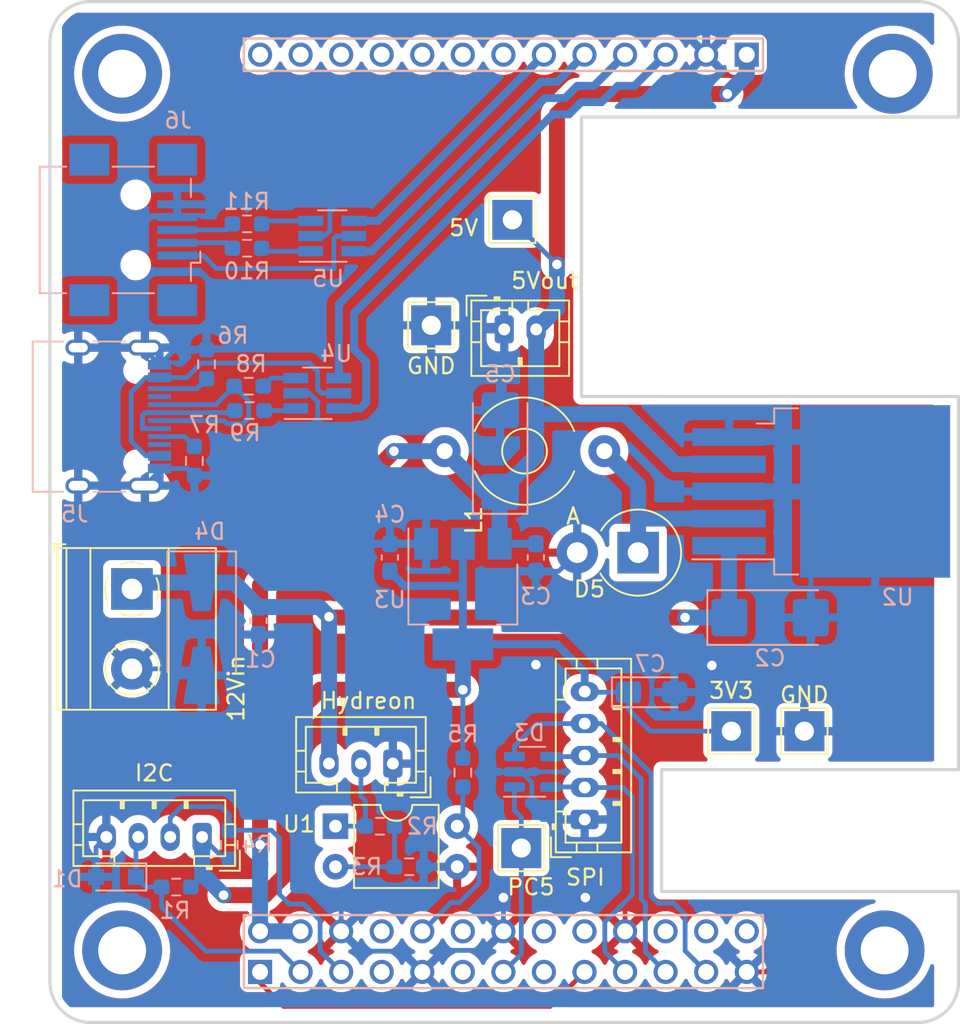
<source format=kicad_pcb>
(kicad_pcb (version 20211014) (generator pcbnew)
  (layers (0 "F.Cu" signal "Top") (31 "B.Cu" signal "Bottom") (34 "B.Paste" user) (35 "F.Paste" user) (36 "B.SilkS" user "B.Silkscreen") (37 "F.SilkS" user "F.Silkscreen") (38 "B.Mask" user) (39 "F.Mask" user) (44 "Edge.Cuts" user))
  (net 0 "")
  (net 1 "+12V")
  (net 2 "GND")
  (net 3 "+5V")
  (net 4 "+3.3V")
  (net 5 "/SDA")
  (net 6 "/SCK")
  (net 7 "/PC5")
  (net 8 "/CLK")
  (net 9 "/MOSI")
  (net 10 "/MISO")
  (net 11 "Net-(D5-Pad1)")
  (net 12 "Net-(J1-Pad2)")
  (net 13 "Net-(J5-PadA5)")
  (net 14 "/USB_DP2")
  (net 15 "/USB_DM2")
  (net 17 "Net-(J5-PadB5)")
  (net 19 "/USB_DM3")
  (net 20 "/USB_DP3")
  (net 21 "Net-(R2-Pad2)")
  (net 22 "/RX")
  (net 23 "Net-(R8-Pad2)")
  (net 24 "Net-(R9-Pad2)")
  (net 25 "/VB2")
  (net 26 "Net-(J5-PadA6)")
  (net 27 "Net-(J5-PadA7)")
  (net 28 "/VB3")
  (net 29 "Net-(J6-Pad2)")
  (net 30 "Net-(J6-Pad3)")
  (net 31 "Net-(R10-Pad2)")
  (net 32 "Net-(R11-Pad2)")
  (net 50 "unconnected-(X1-Pad1)")
  (footprint "TestPoint:TestPoint_THTPad_2.5x2.5mm_Drill1.2mm" (layer "F.Cu") (at 110.744 59.944)
    (fp_text reference "TP3" hide)
    (fp_text value "5V")
  )
  (footprint "opi-hat:OPIZ2HAT" (layer "F.Cu") (at 86.305263 50.786159)
    (fp_text reference "X1" hide)
    (fp_text value "OPI-ZERO2-XDEB")
    (fp_line (start 52.382678 43.568872) (end 52.382678 20.21713) (layer "Edge.Cuts") (width 0.2))
    (fp_line (start -4.521204 -1.958092) (end -4.521204 56.849774) (layer "Edge.Cuts") (width 0.2))
    (fp_line (start 52.382678 51.188872) (end 33.790128 51.188872) (layer "Edge.Cuts") (width 0.2))
    (fp_line (start 28.76372 2.72313) (end 28.76372 20.21713) (layer "Edge.Cuts") (width 0.2))
    (fp_line (start 52.382678 2.72313) (end 28.76372 2.72313) (layer "Edge.Cuts") (width 0.2))
    (fp_line (start 33.790128 51.188872) (end 33.790128 43.568872) (layer "Edge.Cuts") (width 0.2))
    (fp_line (start 33.790128 43.568872) (end 52.382678 43.568872) (layer "Edge.Cuts") (width 0.2))
    (fp_line (start 52.382678 56.849774) (end 52.382678 51.188872) (layer "Edge.Cuts") (width 0.2))
    (fp_line (start 28.76372 20.21713) (end 52.382678 20.21713) (layer "Edge.Cuts") (width 0.2))
    (fp_line (start -1.981204 59.389774) (end 49.842678 59.389774) (layer "Edge.Cuts") (width 0.2))
    (fp_line (start 52.382678 2.72313) (end 52.382678 -1.958092) (layer "Edge.Cuts") (width 0.2))
    (fp_line (start 49.842678 -4.498092) (end -1.981204 -4.498092) (layer "Edge.Cuts") (width 0.2))
    (fp_arc (start 52.382678 56.849774) (mid 51.638728 58.645822) (end 49.842678 59.389774) (layer "Edge.Cuts") (width 0.2))
    (fp_arc (start -1.981204 59.389774) (mid -3.777255 58.645825) (end -4.521204 56.849774) (layer "Edge.Cuts") (width 0.2))
    (fp_arc (start -4.521204 -1.958092) (mid -3.777255 -3.754143) (end -1.981204 -4.498092) (layer "Edge.Cuts") (width 0.2))
    (fp_arc (start 49.842678 -4.498092) (mid 51.638741 -3.754151) (end 52.382678 -1.958092) (layer "Edge.Cuts") (width 0.2))
  )
  (footprint "Connector_JST:JST_PH_B2B-PH-K_1x02_P2.00mm_Vertical" (layer "F.Cu") (at 110.236 66.802)
    (fp_text reference "J7" hide)
    (fp_text value "5Vout")
  )
  (footprint "Diode_THT:D_DO-201_P3.81mm_Vertical_AnodeUp" (layer "F.Cu") (at 118.618 80.772 180)
    (fp_text reference "D5")
    (fp_text value "1N5822")
  )
  (footprint "Connector_JST:JST_PH_B5B-PH-K_1x05_P2.00mm_Vertical" (layer "F.Cu") (at 115.274 97.472 90)
    (fp_text reference "J3" hide)
    (fp_text value "SPI")
  )
  (footprint "TerminalBlock_Phoenix:TerminalBlock_Phoenix_MKDS-1,5-2_1x02_P5.00mm_Horizontal" (layer "F.Cu") (at 86.9186 83.0472 -90)
    (fp_text reference "J4" hide)
    (fp_text value "12Vin")
  )
  (footprint "TestPoint:TestPoint_THTPad_2.5x2.5mm_Drill1.2mm" (layer "F.Cu") (at 124.46 91.948)
    (fp_text reference "TP4" hide)
    (fp_text value "3V3")
  )
  (footprint "Inductor_THT:L_Toroid_Horizontal_D6.5mm_P10.00mm_Diameter7-5mm_Amidon-T25" (layer "F.Cu") (at 106.506 74.422)
    (fp_text reference "L1")
    (fp_text value "100u")
  )
  (footprint "Package_DIP:DIP-4_W7.62mm" (layer "F.Cu") (at 99.6696 97.8916)
    (fp_text reference "U1")
    (fp_text value "PC817")
  )
  (footprint "TestPoint:TestPoint_THTPad_2.5x2.5mm_Drill1.2mm" (layer "F.Cu") (at 111.3028 99.2632 90)
    (fp_text reference "TP7" hide)
    (fp_text value "PC5")
  )
  (footprint "Connector_JST:JST_PH_B3B-PH-K_1x03_P2.00mm_Vertical" (layer "F.Cu") (at 103.261 93.975 180)
    (fp_text reference "J1" hide)
    (fp_text value "Hydreon")
  )
  (footprint "TestPoint:TestPoint_THTPad_2.5x2.5mm_Drill1.2mm" (layer "F.Cu") (at 129.032 91.948)
    (fp_text reference "TP2" hide)
    (fp_text value "GND")
  )
  (footprint "TestPoint:TestPoint_THTPad_2.5x2.5mm_Drill1.2mm" (layer "F.Cu") (at 105.664 66.548)
    (fp_text reference "TP1" hide)
    (fp_text value "GND")
  )
  (footprint "Connector_JST:JST_PH_B4B-PH-K_1x04_P2.00mm_Vertical" (layer "F.Cu") (at 91.3158 98.5705 180)
    (fp_text reference "J2" hide)
    (fp_text value "I2C")
  )
  (footprint "Capacitor_SMD:C_0603_1608Metric_Pad1.08x0.95mm_HandSolder" (layer "B.Cu") (at 94.8436 85.0392 -90)
    (fp_text reference "C1")
    (fp_text value "0.1")
  )
  (footprint "Resistor_SMD:R_0603_1608Metric_Pad0.98x0.95mm_HandSolder" (layer "B.Cu") (at 93.0148 99.06 -90)
    (fp_text reference "R4")
    (fp_text value "1k")
  )
  (footprint "Package_TO_SOT_SMD:TO-263-5_TabPin3" (layer "B.Cu") (at 130.09 76.943)
    (fp_text reference "U2")
    (fp_text value "LM2576-5.0")
  )
  (footprint "Package_TO_SOT_SMD:SOT-23-6_Handsoldering" (layer "B.Cu") (at 98.5285 70.8)
    (fp_text reference "U4")
    (fp_text value "USBLC6-2SC6")
  )
  (footprint "Resistor_SMD:R_0603_1608Metric_Pad0.98x0.95mm_HandSolder" (layer "B.Cu") (at 94.1305 60.198)
    (fp_text reference "R11")
    (fp_text value "22")
  )
  (footprint "Capacitor_SMD:C_0603_1608Metric_Pad1.08x0.95mm_HandSolder" (layer "B.Cu") (at 103.0732 81.0779 90)
    (fp_text reference "C4")
    (fp_text value "0.1")
  )
  (footprint "Resistor_SMD:R_0603_1608Metric_Pad0.98x0.95mm_HandSolder" (layer "B.Cu") (at 94.281 71.882)
    (fp_text reference "R9")
    (fp_text value "22")
  )
  (footprint "Resistor_SMD:R_0603_1608Metric_Pad0.98x0.95mm_HandSolder" (layer "B.Cu") (at 94.1305 61.722)
    (fp_text reference "R10")
    (fp_text value "22")
  )
  (footprint "Resistor_SMD:R_0603_1608Metric_Pad0.98x0.95mm_HandSolder" (layer "B.Cu") (at 104.2824 100.4316)
    (fp_text reference "R3")
    (fp_text value "360")
  )
  (footprint "Capacitor_Tantalum_SMD:CP_EIA-3216-18_Kemet-A_Pad1.58x1.35mm_HandSolder" (layer "B.Cu") (at 119.4665 89.5096)
    (fp_text reference "C7")
    (fp_text value "47u 6V")
  )
  (footprint "Package_TO_SOT_SMD:SOT-223-3_TabPin2" (layer "B.Cu") (at 107.6452 83.3624 -90)
    (fp_text reference "U3")
    (fp_text value "LM1117-3.3")
  )
  (footprint "Connector_USB:USB_Mini-B_Wuerth_65100516121_Horizontal" (layer "B.Cu") (at 87.1545 60.579 90)
    (fp_text reference "J6")
    (fp_text value "USB_B")
  )
  (footprint "Resistor_SMD:R_0603_1608Metric_Pad0.98x0.95mm_HandSolder" (layer "B.Cu") (at 91.5905 68.9845 90)
    (fp_text reference "R6")
    (fp_text value "510")
  )
  (footprint "Resistor_SMD:R_0603_1608Metric_Pad0.98x0.95mm_HandSolder" (layer "B.Cu") (at 89.6893 101.7035)
    (fp_text reference "R1")
    (fp_text value "1k")
  )
  (footprint "Resistor_SMD:R_0603_1608Metric_Pad0.98x0.95mm_HandSolder" (layer "B.Cu") (at 90.8285 75.0335 -90)
    (fp_text reference "R7")
    (fp_text value "510")
  )
  (footprint "Package_TO_SOT_SMD:SOT-23-6_Handsoldering" (layer "B.Cu") (at 99.4645 60.96)
    (fp_text reference "U5")
    (fp_text value "USBLC6-2SC6")
  )
  (footprint "Capacitor_SMD:C_0603_1608Metric_Pad1.08x0.95mm_HandSolder" (layer "B.Cu") (at 112.2172 81.0779 -90)
    (fp_text reference "C3")
    (fp_text value "0.1")
  )
  (footprint "Resistor_SMD:R_0603_1608Metric_Pad0.98x0.95mm_HandSolder" (layer "B.Cu") (at 94.234 70.358)
    (fp_text reference "R8")
    (fp_text value "22")
  )
  (footprint "Resistor_SMD:R_0603_1608Metric_Pad0.98x0.95mm_HandSolder" (layer "B.Cu") (at 107.6452 94.5388 -90)
    (fp_text reference "R5")
    (fp_text value "1k")
  )
  (footprint "Diode_SMD:D_SMA-SMB_Universal_Handsoldering" (layer "B.Cu") (at 91.2876 85.5472 -90)
    (fp_text reference "D4")
    (fp_text value "SS14")
  )
  (footprint "Connector_USB:USB_C_Receptacle_HRO_TYPE-C-31-M-12" (layer "B.Cu") (at 84.6055 72.263 90)
    (fp_text reference "J5")
    (fp_text value "USB_C_Receptacle_USB2.0")
  )
  (footprint "Package_TO_SOT_SMD:SOT-23-5" (layer "B.Cu") (at 112.014 94.488)
    (fp_text reference "D3")
    (fp_text value "SP0504BAHT")
  )
  (footprint "Resistor_SMD:R_0603_1608Metric_Pad0.98x0.95mm_HandSolder" (layer "B.Cu") (at 102.4536 97.8966)
    (fp_text reference "R2")
    (fp_text value "47k")
  )
  (footprint "Capacitor_Tantalum_SMD:CP_EIA-6032-28_Kemet-C_Pad2.25x2.35mm_HandSolder" (layer "B.Cu") (at 109.982 74.412 90)
    (fp_text reference "C5")
    (fp_text value "47u 10V")
  )
  (footprint "Diode_SMD:D_SOD-323_HandSoldering" (layer "B.Cu") (at 85.9228 101.0685 180)
    (fp_text reference "D1")
    (fp_text value "CESD3V3")
  )
  (footprint "Capacitor_Tantalum_SMD:CP_EIA-6032-28_Kemet-C_Pad2.25x2.35mm_HandSolder" (layer "B.Cu") (at 126.8884 84.836)
    (fp_text reference "C2")
    (fp_text value "47u 16V")
  )
  (segment (start 121.5644 84.836) (end 99.314 84.836) (width 1) (layer "F.Cu") (net 1))
  (segment (start 99.314 84.836) (end 99.2632 84.7852) (width 1) (layer "F.Cu") (net 1))
  (via (at 99.2632 84.7852) (size 1) (drill 0.6) (layers "F.Cu" "B.Cu") (net 1))
  (via (at 121.5644 84.836) (size 1) (drill 0.6) (layers "F.Cu" "B.Cu") (net 1))
  (segment (start 99.2632 93.9728) (end 99.261 93.975) (width 1) (layer "B.Cu") (net 1))
  (segment (start 91.2876 82.6472) (end 93.3141 82.6472) (width 1) (layer "B.Cu") (net 1))
  (segment (start 124.3384 84.836) (end 121.5644 84.836) (width 1) (layer "B.Cu") (net 1))
  (segment (start 124.315 84.8126) (end 124.3384 84.836) (width 1) (layer "B.Cu") (net 1))
  (segment (start 87.3186 82.6472) (end 86.9186 83.0472) (width 1) (layer "B.Cu") (net 1))
  (segment (start 99.2632 84.7852) (end 99.2632 93.9728) (width 1) (layer "B.Cu") (net 1))
  (segment (start 94.8436 84.1767) (end 98.6547 84.1767) (width 1) (layer "B.Cu") (net 1))
  (segment (start 124.315 80.343) (end 124.315 84.8126) (width 1) (layer "B.Cu") (net 1))
  (segment (start 98.6547 84.1767) (end 99.2632 84.7852) (width 1) (layer "B.Cu") (net 1))
  (segment (start 93.3141 82.6472) (end 94.8436 84.1767) (width 1) (layer "B.Cu") (net 1))
  (segment (start 91.2876 82.6472) (end 87.3186 82.6472) (width 1) (layer "B.Cu") (net 1))
  (segment (start 117.803041 104.473629) (end 117.803041 102.821359) (width 0.3) (layer "F.Cu") (net 2))
  (segment (start 110.1852 102.362) (end 115.316 102.362) (width 0.3) (layer "F.Cu") (net 2))
  (segment (start 125.423041 107.013629) (end 126.615571 107.013629) (width 0.3) (layer "F.Cu") (net 2))
  (segment (start 126.615571 107.013629) (end 127 106.6292) (width 0.3) (layer "F.Cu") (net 2))
  (segment (start 112.8776 86.7156) (end 122.1232 86.7156) (width 0.3) (layer "F.Cu") (net 2))
  (segment (start 117.803041 102.821359) (end 117.856 102.7684) (width 0.3) (layer "F.Cu") (net 2))
  (segment (start 115.316 102.362) (end 115.7224 102.7684) (width 0.3) (layer "F.Cu") (net 2))
  (segment (start 117.856 102.7684) (end 127 102.7684) (width 0.3) (layer "F.Cu") (net 2))
  (segment (start 122.1232 86.7156) (end 123.2408 87.8332) (width 0.3) (layer "F.Cu") (net 2))
  (segment (start 112.2172 87.7824) (end 112.2172 87.376) (width 0.3) (layer "F.Cu") (net 2))
  (segment (start 112.2172 87.376) (end 112.8776 86.7156) (width 0.3) (layer "F.Cu") (net 2))
  (segment (start 115.7224 102.7684) (end 117.856 102.7684) (width 0.3) (layer "F.Cu") (net 2))
  (segment (start 127 106.6292) (end 127 102.7684) (width 0.3) (layer "F.Cu") (net 2))
  (via (at 123.2408 87.8332) (size 1) (drill 0.6) (layers "F.Cu" "B.Cu") (net 2))
  (via (at 110.1852 102.362) (size 1) (drill 0.6) (layers "F.Cu" "B.Cu") (net 2))
  (via (at 115.316 102.362) (size 1) (drill 0.6) (layers "F.Cu" "B.Cu") (net 2))
  (via (at 112.2172 87.7824) (size 1) (drill 0.6) (layers "F.Cu" "B.Cu") (net 2))
  (segment (start 87.541 59.779) (end 89.7545 59.779) (width 0.3) (layer "B.Cu") (net 2))
  (segment (start 109.982 71.862) (end 109.962 71.882) (width 0.3) (layer "B.Cu") (net 2))
  (segment (start 110.236 66.802) (end 109.982 66.548) (width 0.3) (layer "B.Cu") (net 2))
  (segment (start 111.9632 95.155773) (end 111.9632 96.8248) (width 0.3) (layer "B.Cu") (net 2))
  (segment (start 122.883041 49.609629) (end 122.883041 47.296959) (width 0.5) (layer "B.Cu") (net 2))
  (segment (start 120.904 87.3252) (end 118.9228 85.344) (width 0.3) (layer "B.Cu") (net 2))
  (segment (start 103.261 95.7934) (end 105.2068 97.7392) (width 0.3) (layer "B.Cu") (net 2))
  (segment (start 87.7355 68.098) (end 88.6505 69.013) (width 0.3) (layer "B.Cu") (net 2))
  (segment (start 109.982 66.548) (end 105.664 66.548) (width 0.3) (layer "B.Cu") (net 2))
  (segment (start 110.183041 104.473629) (end 110.183041 102.364159) (width 0.3) (layer "B.Cu") (net 2))
  (segment (start 123.2408 89.4588) (end 123.19 89.5096) (width 0.3) (layer "B.Cu") (net 2))
  (segment (start 98.552 71.319478) (end 98.552 75.692) (width 0.3) (layer "B.Cu") (net 2))
  (segment (start 88.6505 75.513) (end 88.6505 75.668) (width 0.3) (layer "B.Cu") (net 2))
  (segment (start 110.8765 94.488) (end 109.8296 94.488) (width 0.3) (layer "B.Cu") (net 2))
  (segment (start 126.6444 89.5096) (end 128.905 87.249) (width 0.3) (layer "B.Cu") (net 2))
  (segment (start 129.4384 86.7156) (end 129.4384 84.836) (width 0.3) (layer "B.Cu") (net 2))
  (segment (start 94.8436 85.9017) (end 94.8436 87.7824) (width 0.3) (layer "B.Cu") (net 2))
  (segment (start 92.456 47.752) (end 92.456 51.816) (width 0.5) (layer "B.Cu") (net 2))
  (segment (start 102.0064 75.692) (end 102.9716 75.692) (width 0.3) (layer "B.Cu") (net 2))
  (segment (start 94.8436 87.7824) (end 94.1788 88.4472) (width 0.3) (layer "B.Cu") (net 2))
  (segment (start 103.804212 105.7148) (end 105.103041 107.013629) (width 0.3) (layer "B.Cu") (net 2))
  (segment (start 112.2172 82.6516) (end 114.9096 85.344) (width 0.3) (layer "B.Cu") (net 2))
  (segment (start 100.023041 104.473629) (end 100.023041 102.715441) (width 0.3) (layer "B.Cu") (net 2))
  (segment (start 100.023041 102.715441) (end 100.884482 101.854) (width 0.3) (layer "B.Cu") (net 2))
  (segment (start 105.3452 80.2124) (end 103.0762 80.2124) (width 0.3) (layer "B.Cu") (net 2))
  (segment (start 99.314 60.614522) (end 99.314 58.928) (width 0.3) (layer "B.Cu") (net 2))
  (segment (start 87.7355 67.943) (end 87.7355 68.098) (width 0.3) (layer "B.Cu") (net 2))
  (segment (start 111.295427 94.488) (end 111.9632 95.155773) (width 0.3) (layer "B.Cu") (net 2))
  (segment (start 88.6505 75.513) (end 90.3955 75.513) (width 0.3) (layer "B.Cu") (net 2))
  (segment (start 84.6728 101.0685) (end 84.6728 99.2135) (width 0.3) (layer "B.Cu") (net 2))
  (segment (start 122.883041 47.296959) (end 92.911041 47.296959) (width 0.5) (layer "B.Cu") (net 2))
  (segment (start 106.0704 71.882) (end 103.7336 71.882) (width 0.3) (layer "B.Cu") (net 2))
  (segment (start 109.962 71.882) (end 106.0704 71.882) (width 0.3) (layer "B.Cu") (net 2))
  (segment (start 92.911041 47.296959) (end 92.456 47.752) (width 0.5) (layer "B.Cu") (net 2))
  (segment (start 98.298 75.946) (end 90.8285 75.946) (width 0.3) (layer "B.Cu") (net 2))
  (segment (start 84.2772 85.4058) (end 86.9186 88.0472) (width 0.3) (layer "B.Cu") (net 2))
  (segment (start 115.316 102.362) (end 115.316 97.514) (width 0.3) (layer "B.Cu") (net 2))
  (segment (start 110.183041 102.364159) (end 110.1852 102.362) (width 0.3) (layer "B.Cu") (net 2))
  (segment (start 98.032522 70.8) (end 98.552 71.319478) (width 0.3) (layer "B.Cu") (net 2))
  (segment (start 99.314 58.928) (end 99.263 58.979) (width 0.3) (layer "B.Cu") (net 2))
  (segment (start 129.4384 80.9696) (end 133.465 76.943) (width 0.3) (layer "B.Cu") (net 2))
  (segment (start 129.032 91.948) (end 129.032 87.376) (width 0.3) (layer "B.Cu") (net 2))
  (segment (start 103.261 93.975) (end 103.261 95.7934) (width 0.3) (layer "B.Cu") (net 2))
  (segment (start 105.1949 101.2055) (end 104.5464 101.854) (width 0.3) (layer "B.Cu") (net 2))
  (segment (start 90.8876 88.0472) (end 91.2876 88.4472) (width 0.3) (layer "B.Cu") (net 2))
  (segment (start 84.2772 80.6196) (end 84.2772 85.4058) (width 0.3) (layer "B.Cu") (net 2))
  (segment (start 100.6856 82.804) (end 100.6856 80.37) (width 0.3) (layer "B.Cu") (net 2))
  (segment (start 114.9096 85.344) (end 118.9228 85.344) (width 0.3) (layer "B.Cu") (net 2))
  (segment (start 105.1949 100.4316) (end 105.1949 101.2055) (width 0.3) (layer "B.Cu") (net 2))
  (segment (start 110.8765 94.488) (end 111.295427 94.488) (width 0.3) (layer "B.Cu") (net 2))
  (segment (start 106.45267 105.664) (end 108.99267 105.664) (width 0.3) (layer "B.Cu") (net 2))
  (segment (start 85.473 67.947) (end 85.469 67.943) (width 0.3) (layer "B.Cu") (net 2))
  (segment (start 110.236 71.608) (end 109.982 71.862) (width 0.3) (layer "B.Cu") (net 2))
  (segment (start 102.9716 75.692) (end 105.3452 78.0656) (width 0.3) (layer "B.Cu") (net 2))
  (segment (start 92.456 51.816) (end 99.06 58.42) (width 0.5) (layer "B.Cu") (net 2))
  (segment (start 124.315 73.543) (end 130.065 73.543) (width 1) (layer "B.Cu") (net 2))
  (segment (start 86.5124 78.3844) (end 84.2772 80.6196) (width 0.3) (layer "B.Cu") (net 2))
  (segment (start 85.3158 89.65) (end 86.9186 88.0472) (width 0.3) (layer "B.Cu") (net 2))
  (segment (start 85.473 76.583) (end 85.473 67.947) (width 0.3) (layer "B.Cu") (net 2))
  (segment (start 85.469 67.943) (end 87.7355 67.943) (width 0.3) (layer "B.Cu") (net 2))
  (segment (start 83.5555 67.943) (end 85.469 67.943) (width 0.3) (layer "B.Cu") (net 2))
  (segment (start 87.7355 64.8755) (end 85.852 62.992) (width 0.3) (layer "B.Cu") (net 2))
  (segment (start 101.264212 105.7148) (end 103.804212 105.7148) (width 0.3) (layer "B.Cu") (net 2))
  (segment (start 120.904 89.5096) (end 120.904 87.3252) (width 0.3) (layer "B.Cu") (net 2))
  (segment (start 130.065 73.543) (end 133.465 76.943) (width 1) (layer "B.Cu") (net 2))
  (segment (start 99.314 58.928) (end 99.314 58.42) (width 0.3) (layer "B.Cu") (net 2))
  (segment (start 97.1785 70.8) (end 98.032522 70.8) (width 0.3) (layer "B.Cu") (net 2))
  (segment (start 102.0064 75.692) (end 99.9236 75.692) (width 0.3) (layer "B.Cu") (net 2))
  (segment (start 98.552 75.692) (end 98.298 75.946) (width 0.3) (layer "B.Cu") (net 2))
  (segment (start 120.904 89.5096) (end 123.19 89.5096) (width 0.3) (layer "B.Cu") (net 2))
  (segment (start 89.7545 59.779) (end 89.7545 58.979) (width 0.3) (layer "B.Cu") (net 2))
  (segment (start 108.99267 105.664) (end 110.183041 104.473629) (width 0.3) (layer "B.Cu") (net 2))
  (segment (start 112.2172 81.9404) (end 113.6396 81.9404) (width 0.3) (layer "B.Cu") (net 2))
  (segment (start 100.8402 80.2154) (end 98.1986 80.2154) (width 0.3) (layer "B.Cu") (net 2))
  (segment (start 85.852 61.468) (end 87.541 59.779) (width 0.3) (layer "B.Cu") (net 2))
  (segment (start 88.6505 75.668) (end 87.7355 76.583) (width 0.3) (layer "B.Cu") (net 2))
  (segment (start 89.5915 68.072) (end 88.6505 69.013) (width 0.3) (layer "B.Cu") (net 2))
  (segment (start 90.3955 75.513) (end 90.8285 75.946) (width 0.3) (layer "B.Cu") (net 2))
  (segment (start 109.3724 90.6272) (end 112.2172 87.7824) (width 0.3) (layer "B.Cu") (net 2))
  (segment (start 98.1145 60.96) (end 98.968522 60.96) (width 0.3) (layer "B.Cu") (net 2))
  (segment (start 105.103041 107.013629) (end 106.45267 105.664) (width 0.3) (layer "B.Cu") (net 2))
  (segment (start 100.023041 104.473629) (end 101.264212 105.7148) (width 0.3) (layer "B.Cu") (net 2))
  (segment (start 100.6856 80.37) (end 100.8402 80.2154) (width 0.3) (layer "B.Cu") (net 2))
  (segment (start 123.2408 87.8332) (end 123.2408 89.4588) (width 0.3) (layer "B.Cu") (net 2))
  (segment (start 94.1788 88.4472) (end 91.2876 88.4472) (width 0.3) (layer "B.Cu") (net 2))
  (segment (start 105.3452 78.0656) (end 105.3452 80.2124) (width 0.3) (layer "B.Cu") (net 2))
  (segment (start 87.7355 67.943) (end 87.7355 64.8755) (width 0.3) (layer "B.Cu") (net 2))
  (segment (start 109.8296 94.488) (end 109.3724 94.0308) (width 0.3) (layer "B.Cu") (net 2))
  (segment (start 103.0762 80.2124) (end 103.0732 80.2154) (width 0.3) (layer "B.Cu") (net 2))
  (segment (start 85.3158 98.5705) (end 85.3158 89.65) (width 0.3) (layer "B.Cu") (net 2))
  (segment (start 105.1949 100.4316) (end 107.2896 100.4316) (width 0.3) (layer "B.Cu") (net 2))
  (segment (start 83.5555 76.583) (end 85.473 76.583) (width 0.3) (layer "B.Cu") (net 2))
  (segment (start 99.263 58.979) (end 89.7545 58.979) (width 0.3) (layer "B.Cu") (net 2))
  (segment (start 124.315 76.943) (end 133.465 76.943) (width 1) (layer "B.Cu") (net 2))
  (segment (start 105.2068 100.4197) (end 105.1949 100.4316) (width 0.3) (layer "B.Cu") (net 2))
  (segment (start 103.261 85.3794) (end 100.6856 82.804) (width 0.3) (layer "B.Cu") (net 2))
  (segment (start 86.9186 88.0472) (end 90.8876 88.0472) (width 0.3) (layer "B.Cu") (net 2))
  (segment (start 128.905 87.249) (end 129.4384 86.7156) (width 0.3) (layer "B.Cu") (net 2))
  (segment (start 129.4384 84.836) (end 129.4384 80.9696) (width 0.3) (layer "B.Cu") (net 2))
  (segment (start 115.316 97.514) (end 115.274 97.472) (width 0.3) (layer "B.Cu") (net 2))
  (segment (start 112.6104 97.472) (end 115.274 97.472) (width 0.3) (layer "B.Cu") (net 2))
  (segment (start 85.852 62.992) (end 85.852 61.468) (width 0.3) (layer "B.Cu") (net 2))
  (segment (start 110.236 66.802) (end 110.236 71.608) (width 0.3) (layer "B.Cu") (net 2))
  (segment (start 129.032 87.376) (end 128.905 87.249) (width 0.3) (layer "B.Cu") (net 2))
  (segment (start 84.6728 99.2135) (end 85.3158 98.5705) (width 0.3) (layer "B.Cu") (net 2))
  (segment (start 111.9632 96.8248) (end 112.6104 97.472) (width 0.3) (layer "B.Cu") (net 2))
  (segment (start 109.3724 94.0308) (end 109.3724 90.6272) (width 0.3) (layer "B.Cu") (net 2))
  (segment (start 96.3676 78.3844) (end 86.5124 78.3844) (width 0.3) (layer "B.Cu") (net 2))
  (segment (start 103.261 93.975) (end 103.261 85.3794) (width 0.3) (layer "B.Cu") (net 2))
  (segment (start 103.0732 80.2154) (end 100.8402 80.2154) (width 0.3) (layer "B.Cu") (net 2))
  (segment (start 103.7336 71.882) (end 99.9236 75.692) (width 0.3) (layer "B.Cu") (net 2))
  (segment (start 99.06 58.42) (end 99.314 58.42) (width 0.5) (layer "B.Cu") (net 2))
  (segment (start 105.2068 97.7392) (end 105.2068 100.4197) (width 0.3) (layer "B.Cu") (net 2))
  (segment (start 99.9236 75.692) (end 98.552 75.692) (width 0.3) (layer "B.Cu") (net 2))
  (segment (start 98.1986 80.2154) (end 96.3676 78.3844) (width 0.3) (layer "B.Cu") (net 2))
  (segment (start 123.19 89.5096) (end 126.6444 89.5096) (width 0.3) (layer "B.Cu") (net 2))
  (segment (start 112.2172 81.9404) (end 112.2172 82.6516) (width 0.3) (layer "B.Cu") (net 2))
  (segment (start 104.5464 101.854) (end 100.884482 101.854) (width 0.3) (layer "B.Cu") (net 2))
  (segment (start 85.473 76.583) (end 87.7355 76.583) (width 0.3) (layer "B.Cu") (net 2))
  (segment (start 113.6396 81.9404) (end 114.808 80.772) (width 0.3) (layer "B.Cu") (net 2))
  (segment (start 91.5905 68.072) (end 89.5915 68.072) (width 0.3) (layer "B.Cu") (net 2))
  (segment (start 98.968522 60.96) (end 99.314 60.614522) (width 0.3) (layer "B.Cu") (net 2))
  (segment (start 114.808 52.07) (end 113.538 53.34) (width 1) (layer "F.Cu") (net 3))
  (segment (start 124.206 52.07) (end 114.808 52.07) (width 1) (layer "F.Cu") (net 3))
  (segment (start 94.9452 99.06) (end 94.9452 82.804) (width 1) (layer "F.Cu") (net 3))
  (segment (start 113.538 53.34) (end 113.538 62.738) (width 1) (layer "F.Cu") (net 3))
  (segment (start 94.9452 82.804) (end 103.3272 74.422) (width 1) (layer "F.Cu") (net 3))
  (via (at 124.206 52.07) (size 1) (drill 0.6) (layers "F.Cu" "B.Cu") (net 3))
  (via (at 113.538 62.738) (size 1) (drill 0.6) (layers "F.Cu" "B.Cu") (net 3))
  (via (at 94.9452 99.06) (size 1) (drill 0.6) (layers "F.Cu" "B.Cu") (net 3))
  (via (at 103.3272 74.422) (size 1) (drill 0.6) (layers "F.Cu" "B.Cu") (net 3))
  (segment (start 109.982 76.962) (end 112.236 74.708) (width 1) (layer "B.Cu") (net 3))
  (segment (start 120.963 75.243) (end 117.824 72.104) (width 1) (layer "B.Cu") (net 3))
  (segment (start 106.506 74.422) (end 103.3272 74.422) (width 1) (layer "B.Cu") (net 3))
  (segment (start 113.538 62.738) (end 110.744 59.944) (width 0.3) (layer "B.Cu") (net 3))
  (segment (start 109.9452 80.2124) (end 109.9452 76.9988) (width 1) (layer "B.Cu") (net 3))
  (segment (start 112.2172 80.2154) (end 109.9482 80.2154) (width 0.5) (layer "B.Cu") (net 3))
  (segment (start 112.236 72.104) (end 112.236 66.802) (width 1) (layer "B.Cu") (net 3))
  (segment (start 124.315 75.243) (end 120.963 75.243) (width 1) (layer "B.Cu") (net 3))
  (segment (start 109.982 76.962) (end 109.046 76.962) (width 1) (layer "B.Cu") (net 3))
  (segment (start 112.236 74.708) (end 112.236 72.104) (width 1) (layer "B.Cu") (net 3))
  (segment (start 94.9452 99.06) (end 94.943041 100.789359) (width 1) (layer "B.Cu") (net 3))
  (segment (start 109.046 76.962) (end 106.506 74.422) (width 1) (layer "B.Cu") (net 3))
  (segment (start 117.824 72.104) (end 112.236 72.104) (width 1) (layer "B.Cu") (net 3))
  (segment (start 113.538 65.5) (end 112.236 66.802) (width 1) (layer "B.Cu") (net 3))
  (segment (start 109.9452 76.9988) (end 109.982 76.962) (width 1) (layer "B.Cu") (net 3))
  (segment (start 94.943041 100.789359) (end 94.943041 104.473629) (width 1) (layer "B.Cu") (net 3))
  (segment (start 113.538 62.738) (end 113.538 65.5) (width 1) (layer "B.Cu") (net 3))
  (segment (start 109.9482 80.2154) (end 109.9452 80.2124) (width 0.5) (layer "B.Cu") (net 3))
  (segment (start 97.483041 104.473629) (end 94.943041 104.473629) (width 1) (layer "B.Cu") (net 3))
  (segment (start 125.423041 50.852959) (end 124.206 52.07) (width 1) (layer "B.Cu") (net 3))
  (segment (start 125.423041 49.609629) (end 125.423041 50.852959) (width 1) (layer "B.Cu") (net 3))
  (segment (start 96.4692 100.9904) (end 96.4692 91.5924) (width 1) (layer "F.Cu") (net 4))
  (segment (start 95.25 102.2096) (end 96.4692 100.9904) (width 1) (layer "F.Cu") (net 4))
  (segment (start 96.4692 91.5924) (end 98.7044 89.3572) (width 1) (layer "F.Cu") (net 4))
  (segment (start 92.6592 102.2096) (end 95.25 102.2096) (width 1) (layer "F.Cu") (net 4))
  (segment (start 98.7044 89.3572) (end 107.6452 89.3572) (width 1) (layer "F.Cu") (net 4))
  (via (at 92.6592 102.2096) (size 1) (drill 0.6) (layers "F.Cu" "B.Cu") (net 4))
  (via (at 107.6452 89.3572) (size 1) (drill 0.6) (layers "F.Cu" "B.Cu") (net 4))
  (segment (start 91.3158 98.5705) (end 91.3158 100.9895) (width 1) (layer "B.Cu") (net 4))
  (segment (start 107.6452 82.8548) (end 103.9876 82.8548) (width 0.5) (layer "B.Cu") (net 4))
  (segment (start 91.3158 100.9895) (end 91.4391 100.9895) (width 1) (layer "B.Cu") (net 4))
  (segment (start 91.4391 100.9895) (end 92.6592 102.2096) (width 1) (layer "B.Cu") (net 4))
  (segment (start 103.9876 82.8548) (end 103.0732 81.9404) (width 0.5) (layer "B.Cu") (net 4))
  (segment (start 107.6452 80.2124) (end 107.6452 82.8548) (width 0.5) (layer "B.Cu") (net 4))
  (segment (start 90.6018 101.7035) (end 91.3158 100.9895) (width 0.3) (layer "B.Cu") (net 4))
  (segment (start 115.3116 89.5096) (end 115.274 89.472) (width 0.3) (layer "B.Cu") (net 4))
  (segment (start 119.38 91.948) (end 118.029 90.597) (width 0.3) (layer "B.Cu") (net 4))
  (segment (start 118.029 89.5096) (end 115.3116 89.5096) (width 0.3) (layer "B.Cu") (net 4))
  (segment (start 124.46 91.948) (end 119.38 91.948) (width 0.3) (layer "B.Cu") (net 4))
  (segment (start 93.0148 99.9725) (end 92.7178 99.9725) (width 0.3) (layer "B.Cu") (net 4))
  (segment (start 92.7178 99.9725) (end 91.3158 98.5705) (width 0.3) (layer "B.Cu") (net 4))
  (segment (start 107.6452 86.5124) (end 113.538 86.5124) (width 0.5) (layer "B.Cu") (net 4))
  (segment (start 107.6452 82.8548) (end 107.6452 86.5124) (width 0.5) (layer "B.Cu") (net 4))
  (segment (start 107.6452 86.5124) (end 107.6452 89.3572) (width 1) (layer "B.Cu") (net 4))
  (segment (start 107.6452 93.6263) (end 107.6452 89.3572) (width 0.3) (layer "B.Cu") (net 4))
  (segment (start 115.274 88.2484) (end 115.274 89.472) (width 0.5) (layer "B.Cu") (net 4))
  (segment (start 118.029 90.597) (end 118.029 89.5096) (width 0.3) (layer "B.Cu") (net 4))
  (segment (start 113.538 86.5124) (end 115.274 88.2484) (width 0.5) (layer "B.Cu") (net 4))
  (segment (start 97.483041 107.013629) (end 96.184212 105.7148) (width 0.3) (layer "B.Cu") (net 5))
  (segment (start 96.184212 105.7148) (end 91.5416 105.7148) (width 0.3) (layer "B.Cu") (net 5))
  (segment (start 88.7768 102.95) (end 88.7768 101.7035) (width 0.3) (layer "B.Cu") (net 5))
  (segment (start 87.1728 98.7135) (end 87.3158 98.5705) (width 0.3) (layer "B.Cu") (net 5))
  (segment (start 88.7768 101.7035) (end 87.8078 101.7035) (width 0.3) (layer "B.Cu") (net 5))
  (segment (start 87.1728 101.0685) (end 87.1728 98.7135) (width 0.3) (layer "B.Cu") (net 5))
  (segment (start 91.5416 105.7148) (end 88.7768 102.95) (width 0.3) (layer "B.Cu") (net 5))
  (segment (start 87.8078 101.7035) (end 87.1728 101.0685) (width 0.3) (layer "B.Cu") (net 5))
  (segment (start 93.0148 97.1804) (end 92.5068 96.6724) (width 0.3) (layer "B.Cu") (net 6))
  (segment (start 92.5068 96.6724) (end 90.0176 96.6724) (width 0.3) (layer "B.Cu") (net 6))
  (segment (start 98.7044 105.694988) (end 100.023041 107.013629) (width 0.3) (layer "B.Cu") (net 6))
  (segment (start 95.6583 98.1475) (end 96.1644 98.6536) (width 0.3) (layer "B.Cu") (net 6))
  (segment (start 93.0148 98.1475) (end 93.0148 97.1804) (width 0.3) (layer "B.Cu") (net 6))
  (segment (start 96.1644 102.1588) (end 96.774 102.7684) (width 0.3) (layer "B.Cu") (net 6))
  (segment (start 93.0148 98.1475) (end 95.6583 98.1475) (width 0.3) (layer "B.Cu") (net 6))
  (segment (start 96.1644 98.6536) (end 96.1644 102.1588) (width 0.3) (layer "B.Cu") (net 6))
  (segment (start 89.3158 97.3742) (end 89.3158 98.5705) (width 0.3) (layer "B.Cu") (net 6))
  (segment (start 90.0176 96.6724) (end 89.3158 97.3742) (width 0.3) (layer "B.Cu") (net 6))
  (segment (start 98.7044 103.7844) (end 98.7044 105.694988) (width 0.3) (layer "B.Cu") (net 6))
  (segment (start 96.774 102.7684) (end 97.6884 102.7684) (width 0.3) (layer "B.Cu") (net 6))
  (segment (start 97.6884 102.7684) (end 98.7044 103.7844) (width 0.3) (layer "B.Cu") (net 6))
  (segment (start 111.3028 99.2632) (end 111.3028 105.89387) (width 0.3) (layer "B.Cu") (net 7))
  (segment (start 110.8765 96.9065) (end 111.3028 97.3328) (width 0.3) (layer "B.Cu") (net 7))
  (segment (start 111.3028 105.89387) (end 110.183041 107.013629) (width 0.3) (layer "B.Cu") (net 7))
  (segment (start 110.8765 95.438) (end 110.8765 96.9065) (width 0.3) (layer "B.Cu") (net 7))
  (segment (start 111.3028 97.3328) (end 111.3028 99.2632) (width 0.3) (layer "B.Cu") (net 7))
  (segment (start 121.5644 105.694988) (end 121.5644 103.4288) (width 0.3) (layer "B.Cu") (net 8))
  (segment (start 120.8532 102.7176) (end 119.888 102.7176) (width 0.3) (layer "B.Cu") (net 8))
  (segment (start 122.883041 107.013629) (end 121.5644 105.694988) (width 0.3) (layer "B.Cu") (net 8))
  (segment (start 110.8765 92.8823) (end 110.8765 93.538) (width 0.3) (layer "B.Cu") (net 8))
  (segment (start 115.274 91.472) (end 112.2868 91.472) (width 0.3) (layer "B.Cu") (net 8))
  (segment (start 112.2868 91.472) (end 110.8765 92.8823) (width 0.3) (layer "B.Cu") (net 8))
  (segment (start 119.888 102.7176) (end 119.4308 102.2604) (width 0.3) (layer "B.Cu") (net 8))
  (segment (start 116.3132 91.472) (end 115.274 91.472) (width 0.3) (layer "B.Cu") (net 8))
  (segment (start 119.4308 94.5896) (end 116.3132 91.472) (width 0.3) (layer "B.Cu") (net 8))
  (segment (start 119.4308 102.2604) (end 119.4308 94.5896) (width 0.3) (layer "B.Cu") (net 8))
  (segment (start 121.5644 103.4288) (end 120.8532 102.7176) (width 0.3) (layer "B.Cu") (net 8))
  (segment (start 118.2624 96.0628) (end 117.6716 95.472) (width 0.3) (layer "B.Cu") (net 9))
  (segment (start 117.803041 107.013629) (end 116.5352 105.745788) (width 0.3) (layer "B.Cu") (net 9))
  (segment (start 116.5352 105.745788) (end 116.5352 103.886) (width 0.3) (layer "B.Cu") (net 9))
  (segment (start 116.5352 103.886) (end 118.2624 102.1588) (width 0.3) (layer "B.Cu") (net 9))
  (segment (start 118.2624 102.1588) (end 118.2624 96.0628) (width 0.3) (layer "B.Cu") (net 9))
  (segment (start 113.1515 95.438) (end 115.24 95.438) (width 0.3) (layer "B.Cu") (net 9))
  (segment (start 117.6716 95.472) (end 115.274 95.472) (width 0.3) (layer "B.Cu") (net 9))
  (segment (start 115.24 95.438) (end 115.274 95.472) (width 0.3) (layer "B.Cu") (net 9))
  (segment (start 115.274 93.472) (end 117.348 93.472) (width 0.3) (layer "B.Cu") (net 10))
  (segment (start 118.8212 102.4636) (end 119.0752 102.7176) (width 0.3) (layer "B.Cu") (net 10))
  (segment (start 115.208 93.538) (end 115.274 93.472) (width 0.3) (layer "B.Cu") (net 10))
  (segment (start 119.0752 102.7176) (end 119.0752 105.745788) (width 0.3) (layer "B.Cu") (net 10))
  (segment (start 117.348 93.472) (end 118.8212 94.9452) (width 0.3) (layer "B.Cu") (net 10))
  (segment (start 118.8212 94.9452) (end 118.8212 102.4636) (width 0.3) (layer "B.Cu") (net 10))
  (segment (start 119.0752 105.745788) (end 120.343041 107.013629) (width 0.3) (layer "B.Cu") (net 10))
  (segment (start 113.1515 93.538) (end 115.208 93.538) (width 0.3) (layer "B.Cu") (net 10))
  (segment (start 118.618 80.772) (end 118.618 78.486) (width 1) (layer "B.Cu") (net 11))
  (segment (start 118.618 76.534) (end 116.506 74.422) (width 1) (layer "B.Cu") (net 11))
  (segment (start 118.618 78.486) (end 118.618 76.534) (width 1) (layer "B.Cu") (net 11))
  (segment (start 118.775 78.643) (end 118.618 78.486) (width 1) (layer "B.Cu") (net 11))
  (segment (start 124.315 78.643) (end 118.775 78.643) (width 1) (layer "B.Cu") (net 11))
  (segment (start 99.6696 97.8916) (end 101.5361 97.8916) (width 0.3) (layer "B.Cu") (net 12))
  (segment (start 101.5411 96.3087) (end 101.261 96.0286) (width 0.3) (layer "B.Cu") (net 12))
  (segment (start 101.261 96.0286) (end 101.261 93.975) (width 0.3) (layer "B.Cu") (net 12))
  (segment (start 101.5411 96.3087) (end 101.5411 97.8966) (width 0.3) (layer "B.Cu") (net 12))
  (segment (start 90.2205 73.513) (end 88.6505 73.513) (width 0.3) (layer "B.Cu") (net 13))
  (segment (start 90.8285 74.121) (end 90.2205 73.513) (width 0.3) (layer "B.Cu") (net 13))
  (segment (start 114.046 52.324) (end 112.776 52.324) (width 0.5) (layer "B.Cu") (net 14))
  (segment (start 112.776 52.324) (end 99.8785 65.2215) (width 0.5) (layer "B.Cu") (net 14))
  (segment (start 117.803041 49.609629) (end 115.85067 51.562) (width 0.5) (layer "B.Cu") (net 14))
  (segment (start 114.808 51.562) (end 114.046 52.324) (width 0.5) (layer "B.Cu") (net 14))
  (segment (start 115.85067 51.562) (end 114.808 51.562) (width 0.5) (layer "B.Cu") (net 14))
  (segment (start 99.8785 65.2215) (end 99.8785 69.85) (width 0.5) (layer "B.Cu") (net 14))
  (segment (start 99.8785 71.75) (end 101.224 71.75) (width 0.5) (layer "B.Cu") (net 15))
  (segment (start 100.838 68.072) (end 100.838 65.786) (width 0.5) (layer "B.Cu") (net 15))
  (segment (start 114.3 53.34) (end 115.062 52.578) (width 0.5) (layer "B.Cu") (net 15))
  (segment (start 116.332 52.578) (end 117.348 51.562) (width 0.5) (layer "B.Cu") (net 15))
  (segment (start 113.284 53.34) (end 114.3 53.34) (width 0.5) (layer "B.Cu") (net 15))
  (segment (start 101.6 68.834) (end 100.838 68.072) (width 0.5) (layer "B.Cu") (net 15))
  (segment (start 100.838 65.786) (end 113.284 53.34) (width 0.5) (layer "B.Cu") (net 15))
  (segment (start 101.224 71.75) (end 101.6 71.374) (width 0.5) (layer "B.Cu") (net 15))
  (segment (start 117.348 51.562) (end 118.39067 51.562) (width 0.5) (layer "B.Cu") (net 15))
  (segment (start 101.6 71.374) (end 101.6 68.834) (width 0.5) (layer "B.Cu") (net 15))
  (segment (start 115.062 52.578) (end 116.332 52.578) (width 0.5) (layer "B.Cu") (net 15))
  (segment (start 118.39067 51.562) (end 120.343041 49.609629) (width 0.5) (layer "B.Cu") (net 15))
  (segment (start 91.5905 69.897) (end 90.9745 70.513) (width 0.3) (layer "B.Cu") (net 17))
  (segment (start 90.9745 70.513) (end 88.6505 70.513) (width 0.3) (layer "B.Cu") (net 17))
  (segment (start 101.92 61.91) (end 112.522 51.308) (width 0.5) (layer "B.Cu") (net 19))
  (segment (start 115.263041 49.609629) (end 113.56467 51.308) (width 0.5) (layer "B.Cu") (net 19))
  (segment (start 100.8145 61.91) (end 101.92 61.91) (width 0.5) (layer "B.Cu") (net 19))
  (segment (start 113.56467 51.308) (end 112.522 51.308) (width 0.5) (layer "B.Cu") (net 19))
  (segment (start 102.32267 60.01) (end 100.8145 60.01) (width 0.5) (layer "B.Cu") (net 20))
  (segment (start 112.723041 49.609629) (end 102.32267 60.01) (width 0.5) (layer "B.Cu") (net 20))
  (segment (start 103.3699 100.4316) (end 103.3699 97.9004) (width 0.3) (layer "B.Cu") (net 21))
  (segment (start 99.6696 100.4316) (end 103.3699 100.4316) (width 0.3) (layer "B.Cu") (net 21))
  (segment (start 107.6452 97.536) (end 107.2896 97.8916) (width 0.3) (layer "B.Cu") (net 22))
  (segment (start 107.2896 97.8916) (end 108.6612 99.2632) (width 0.3) (layer "B.Cu") (net 22))
  (segment (start 108.6612 101.4476) (end 107.442 102.6668) (width 0.3) (layer "B.Cu") (net 22))
  (segment (start 107.6452 95.4513) (end 107.6452 97.536) (width 0.3) (layer "B.Cu") (net 22))
  (segment (start 106.90987 102.6668) (end 105.103041 104.473629) (width 0.3) (layer "B.Cu") (net 22))
  (segment (start 108.6612 99.2632) (end 108.6612 101.4476) (width 0.3) (layer "B.Cu") (net 22))
  (segment (start 107.442 102.6668) (end 106.90987 102.6668) (width 0.3) (layer "B.Cu") (net 22))
  (segment (start 95.6545 69.85) (end 95.1465 70.358) (width 0.3) (layer "B.Cu") (net 23))
  (segment (start 97.1785 69.85) (end 95.6545 69.85) (width 0.3) (layer "B.Cu") (net 23))
  (segment (start 97.0465 71.882) (end 97.1785 71.75) (width 0.3) (layer "B.Cu") (net 24))
  (segment (start 95.1935 71.882) (end 97.0465 71.882) (width 0.3) (layer "B.Cu") (net 24))
  (segment (start 98.041542 68.90902) (end 98.552 69.419478) (width 0.3) (layer "B.Cu") (net 25))
  (segment (start 98.552 69.419478) (end 98.552 70.5535) (width 0.3) (layer "B.Cu") (net 25))
  (segment (start 90.356829 69.813) (end 91.260809 68.90902) (width 0.3) (layer "B.Cu") (net 25))
  (segment (start 98.552 70.5535) (end 98.7985 70.8) (width 0.3) (layer "B.Cu") (net 25))
  (segment (start 87.790129 69.813) (end 86.868 70.735129) (width 0.3) (layer "B.Cu") (net 25))
  (segment (start 87.790129 74.713) (end 86.868 73.790871) (width 0.3) (layer "B.Cu") (net 25))
  (segment (start 98.7985 70.8) (end 99.8785 70.8) (width 0.3) (layer "B.Cu") (net 25))
  (segment (start 86.868 70.735129) (end 86.868 73.790871) (width 0.3) (layer "B.Cu") (net 25))
  (segment (start 88.6505 69.813) (end 87.790129 69.813) (width 0.3) (layer "B.Cu") (net 25))
  (segment (start 88.6505 74.713) (end 87.790129 74.713) (width 0.3) (layer "B.Cu") (net 25))
  (segment (start 91.260809 68.90902) (end 98.041542 68.90902) (width 0.3) (layer "B.Cu") (net 25))
  (segment (start 88.6505 69.813) (end 90.356829 69.813) (width 0.3) (layer "B.Cu") (net 25))
  (segment (start 92.875349 72.70652) (end 93.861651 72.70652) (width 0.3) (layer "B.Cu") (net 26))
  (segment (start 94.234 72.334171) (end 94.234 71.2705) (width 0.3) (layer "B.Cu") (net 26))
  (segment (start 92.1665 71.513) (end 93.3215 70.358) (width 0.3) (layer "B.Cu") (net 26))
  (segment (start 88.6505 71.513) (end 92.1665 71.513) (width 0.3) (layer "B.Cu") (net 26))
  (segment (start 94.234 71.2705) (end 93.3215 70.358) (width 0.3) (layer "B.Cu") (net 26))
  (segment (start 93.861651 72.70652) (end 94.234 72.334171) (width 0.3) (layer "B.Cu") (net 26))
  (segment (start 88.6505 72.513) (end 92.681829 72.513) (width 0.3) (layer "B.Cu") (net 26))
  (segment (start 92.681829 72.513) (end 92.875349 72.70652) (width 0.3) (layer "B.Cu") (net 26))
  (segment (start 87.575989 72.190011) (end 87.753 72.013) (width 0.3) (layer "B.Cu") (net 27))
  (segment (start 93.2375 72.013) (end 93.3685 71.882) (width 0.3) (layer "B.Cu") (net 27))
  (segment (start 87.576478 73.013) (end 87.575989 73.012511) (width 0.3) (layer "B.Cu") (net 27))
  (segment (start 88.6505 73.013) (end 87.576478 73.013) (width 0.3) (layer "B.Cu") (net 27))
  (segment (start 88.6505 72.013) (end 93.2375 72.013) (width 0.3) (layer "B.Cu") (net 27))
  (segment (start 87.753 72.013) (end 88.6505 72.013) (width 0.3) (layer "B.Cu") (net 27))
  (segment (start 87.575989 73.012511) (end 87.575989 72.190011) (width 0.3) (layer "B.Cu") (net 27))
  (segment (start 91.389 62.179) (end 89.7545 62.179) (width 0.3) (layer "B.Cu") (net 28))
  (segment (start 92.202 62.992) (end 91.389 62.179) (width 0.3) (layer "B.Cu") (net 28))
  (segment (start 99.568 62.992) (end 92.202 62.992) (width 0.3) (layer "B.Cu") (net 28))
  (segment (start 99.7345 60.96) (end 99.568 61.1265) (width 0.3) (layer "B.Cu") (net 28))
  (segment (start 99.568 61.1265) (end 99.568 62.992) (width 0.3) (layer "B.Cu") (net 28))
  (segment (start 100.8145 60.96) (end 99.7345 60.96) (width 0.3) (layer "B.Cu") (net 28))
  (segment (start 92.875 61.379) (end 89.7545 61.379) (width 0.3) (layer "B.Cu") (net 29))
  (segment (start 93.218 61.722) (end 92.875 61.379) (width 0.3) (layer "B.Cu") (net 29))
  (segment (start 93.218 60.198) (end 92.837 60.579) (width 0.3) (layer "B.Cu") (net 30))
  (segment (start 92.837 60.579) (end 89.7545 60.579) (width 0.3) (layer "B.Cu") (net 30))
  (segment (start 98.1145 61.91) (end 95.231 61.91) (width 0.3) (layer "B.Cu") (net 31))
  (segment (start 95.231 61.91) (end 95.043 61.722) (width 0.3) (layer "B.Cu") (net 31))
  (segment (start 95.231 60.01) (end 95.043 60.198) (width 0.3) (layer "B.Cu") (net 32))
  (segment (start 98.1145 60.01) (end 95.231 60.01) (width 0.3) (layer "B.Cu") (net 32))
  (segment (start 115.263041 107.013629) (end 113.10747 109.1692) (width 0.3) (layer "F.Cu") (net 50))
  (segment (start 113.10747 109.1692) (end 96.4184 109.1692) (width 0.3) (layer "F.Cu") (net 50))
  (segment (start 94.943041 107.693841) (end 94.943041 107.013629) (width 0.3) (layer "F.Cu") (net 50))
  (segment (start 96.4184 109.1692) (end 94.943041 107.693841) (width 0.3) (layer "F.Cu") (net 50))
  (zone (net 2) (net_name "GND") (layers F&B.Cu) (connect_pads (clearance 0.508)) (min_thickness 0.254) (fill yes (thermal_gap 0.508) (thermal_bridge_width 0.508))
    (polygon (pts (xy 137.16 109.22) (xy 82.55 109.22) (xy 82.55 46.99) (xy 137.16 46.99)))
  )
)
</source>
